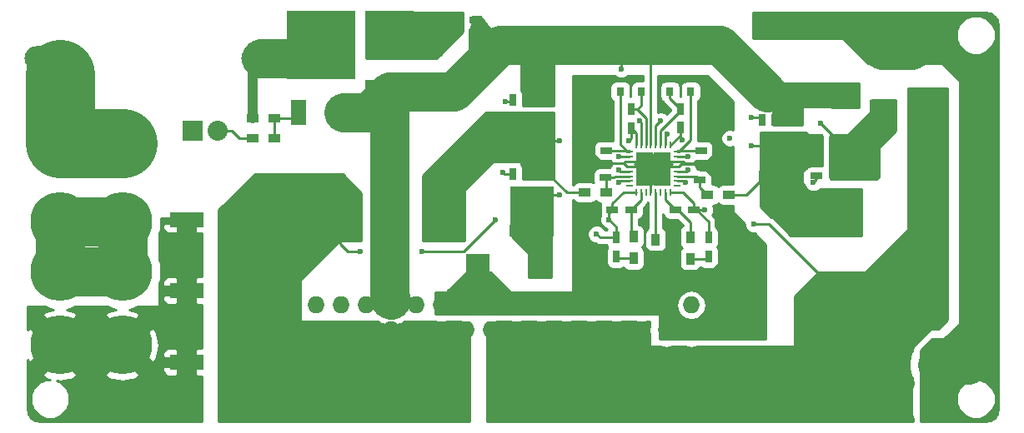
<source format=gbr>
G04 #@! TF.FileFunction,Copper,L1,Top,Signal*
%FSLAX46Y46*%
G04 Gerber Fmt 4.6, Leading zero omitted, Abs format (unit mm)*
G04 Created by KiCad (PCBNEW 4.0.5+dfsg1-4) date Mon Feb 19 23:39:44 2018*
%MOMM*%
%LPD*%
G01*
G04 APERTURE LIST*
%ADD10C,0.100000*%
%ADD11R,2.032000X2.032000*%
%ADD12O,2.032000X2.032000*%
%ADD13O,4.000500X2.499360*%
%ADD14R,1.727200X1.727200*%
%ADD15O,1.727200X1.727200*%
%ADD16R,1.501140X2.499360*%
%ADD17R,7.000240X7.000240*%
%ADD18R,1.200000X0.900000*%
%ADD19C,5.999480*%
%ADD20R,5.000000X2.400000*%
%ADD21R,1.200000X0.750000*%
%ADD22R,0.750000X1.200000*%
%ADD23R,3.500000X1.600000*%
%ADD24R,3.200000X2.500000*%
%ADD25R,2.500000X3.200000*%
%ADD26R,0.800000X0.900000*%
%ADD27R,5.000000X4.500000*%
%ADD28R,4.500000X5.000000*%
%ADD29R,0.700000X1.200000*%
%ADD30R,4.500000X4.290000*%
%ADD31R,1.550000X1.600000*%
%ADD32R,1.550000X1.200000*%
%ADD33R,1.200000X0.700000*%
%ADD34R,4.290000X4.500000*%
%ADD35R,1.600000X1.550000*%
%ADD36R,1.200000X1.550000*%
%ADD37R,0.900000X1.200000*%
%ADD38R,2.500000X2.400000*%
%ADD39R,2.400000X2.500000*%
%ADD40R,0.700000X0.250000*%
%ADD41R,0.250000X0.700000*%
%ADD42R,1.725000X1.725000*%
%ADD43C,0.600000*%
%ADD44C,3.000000*%
%ADD45C,0.250000*%
%ADD46C,4.000000*%
%ADD47C,5.000000*%
%ADD48C,1.000000*%
%ADD49C,7.000000*%
%ADD50C,0.254000*%
G04 APERTURE END LIST*
D10*
D11*
X106500000Y-110750000D03*
D12*
X109040000Y-110750000D03*
D13*
X113401480Y-103400000D03*
X91400000Y-103400000D03*
D14*
X119000000Y-131000000D03*
D15*
X119000000Y-128460000D03*
X121540000Y-131000000D03*
X121540000Y-128460000D03*
X124080000Y-131000000D03*
X124080000Y-128460000D03*
X126620000Y-131000000D03*
X126620000Y-128460000D03*
X129160000Y-131000000D03*
X129160000Y-128460000D03*
X131700000Y-131000000D03*
X131700000Y-128460000D03*
X134240000Y-131000000D03*
X134240000Y-128460000D03*
X136780000Y-131000000D03*
X136780000Y-128460000D03*
X139320000Y-131000000D03*
X139320000Y-128460000D03*
X141860000Y-131000000D03*
X141860000Y-128460000D03*
X144400000Y-131000000D03*
X144400000Y-128460000D03*
X146940000Y-131000000D03*
X146940000Y-128460000D03*
X149480000Y-131000000D03*
X149480000Y-128460000D03*
X152020000Y-131000000D03*
X152020000Y-128460000D03*
X154560000Y-131000000D03*
X154560000Y-128460000D03*
X157100000Y-131000000D03*
X157100000Y-128460000D03*
D16*
X117274840Y-108898640D03*
X121826520Y-108898640D03*
D17*
X119550680Y-102000000D03*
D18*
X112550000Y-109500000D03*
X114750000Y-109500000D03*
X114750000Y-111500000D03*
X112550000Y-111500000D03*
D19*
X99350000Y-112000000D03*
X93000000Y-112000000D03*
X99350000Y-120000000D03*
X93000000Y-120000000D03*
X99350000Y-125000000D03*
X93000000Y-125000000D03*
X99350000Y-132500000D03*
X93000000Y-132500000D03*
D20*
X126500000Y-106750000D03*
X126500000Y-99750000D03*
X171750000Y-107000000D03*
X171750000Y-100000000D03*
X166000000Y-107000000D03*
X166000000Y-100000000D03*
D21*
X135200000Y-99500000D03*
X133300000Y-99500000D03*
X157400000Y-118750000D03*
X155500000Y-118750000D03*
X158000000Y-115750000D03*
X159900000Y-115750000D03*
D22*
X158850000Y-121600000D03*
X158850000Y-123500000D03*
D21*
X158100000Y-112750000D03*
X160000000Y-112750000D03*
D22*
X156000000Y-110400000D03*
X156000000Y-108500000D03*
D21*
X149100000Y-118750000D03*
X151000000Y-118750000D03*
X148400000Y-115500000D03*
X146500000Y-115500000D03*
D22*
X149500000Y-121600000D03*
X149500000Y-123500000D03*
D23*
X181000000Y-129000000D03*
X186400000Y-129000000D03*
X181000000Y-114500000D03*
X186400000Y-114500000D03*
X181000000Y-107250000D03*
X186400000Y-107250000D03*
X181000000Y-121750000D03*
X186400000Y-121750000D03*
D24*
X177750000Y-134500000D03*
X182050000Y-134500000D03*
X177750000Y-138250000D03*
X182050000Y-138250000D03*
D21*
X148450000Y-112750000D03*
X146550000Y-112750000D03*
D25*
X163250000Y-134250000D03*
X163250000Y-129950000D03*
D22*
X151000000Y-108550000D03*
X151000000Y-110450000D03*
D23*
X111250000Y-127000000D03*
X105850000Y-127000000D03*
X111250000Y-119750000D03*
X105850000Y-119750000D03*
X111250000Y-134250000D03*
X105850000Y-134250000D03*
D26*
X154950000Y-106750000D03*
X157050000Y-106750000D03*
X152000000Y-106750000D03*
X149900000Y-106750000D03*
D27*
X171750000Y-119000000D03*
X171750000Y-129500000D03*
D28*
X132000000Y-119500000D03*
X121500000Y-119500000D03*
D29*
X168160000Y-109600000D03*
X166890000Y-109600000D03*
X165610000Y-109600000D03*
X164340000Y-109600000D03*
X164340000Y-115400000D03*
X165610000Y-115400000D03*
X166890000Y-115400000D03*
X168160000Y-115400000D03*
D30*
X166250000Y-113000000D03*
D31*
X167340000Y-113750000D03*
X165160000Y-113750000D03*
D32*
X167340000Y-111750000D03*
X165160000Y-111750000D03*
D33*
X169850000Y-111500000D03*
X169850000Y-112770000D03*
X169850000Y-114050000D03*
X169850000Y-115320000D03*
X175650000Y-115320000D03*
X175650000Y-114050000D03*
X175650000Y-112770000D03*
X175650000Y-111500000D03*
D34*
X173250000Y-113410000D03*
D35*
X174000000Y-112320000D03*
X174000000Y-114500000D03*
D36*
X172000000Y-112320000D03*
X172000000Y-114500000D03*
D29*
X142820000Y-107600000D03*
X141550000Y-107600000D03*
X140270000Y-107600000D03*
X139000000Y-107600000D03*
X139000000Y-113400000D03*
X140270000Y-113400000D03*
X141550000Y-113400000D03*
X142820000Y-113400000D03*
D30*
X140910000Y-111000000D03*
D31*
X142000000Y-111750000D03*
X139820000Y-111750000D03*
D32*
X142000000Y-109750000D03*
X139820000Y-109750000D03*
D29*
X142820000Y-115100000D03*
X141550000Y-115100000D03*
X140270000Y-115100000D03*
X139000000Y-115100000D03*
X139000000Y-120900000D03*
X140270000Y-120900000D03*
X141550000Y-120900000D03*
X142820000Y-120900000D03*
D30*
X140910000Y-118500000D03*
D31*
X142000000Y-119250000D03*
X139820000Y-119250000D03*
D32*
X142000000Y-117250000D03*
X139820000Y-117250000D03*
D37*
X153500000Y-121800000D03*
X153500000Y-124000000D03*
X157000000Y-123750000D03*
X157000000Y-121550000D03*
D18*
X160950000Y-117250000D03*
X158750000Y-117250000D03*
D38*
X176500000Y-108800000D03*
X176500000Y-102500000D03*
D37*
X151250000Y-123700000D03*
X151250000Y-121500000D03*
D18*
X148500000Y-117000000D03*
X146300000Y-117000000D03*
D39*
X141750000Y-124500000D03*
X135450000Y-124500000D03*
D40*
X150850000Y-112850000D03*
X150850000Y-113350000D03*
X150850000Y-113850000D03*
X150850000Y-114350000D03*
X150850000Y-114850000D03*
X150850000Y-115350000D03*
X150850000Y-115850000D03*
X150850000Y-116350000D03*
D41*
X151500000Y-117000000D03*
X152000000Y-117000000D03*
X152500000Y-117000000D03*
X153000000Y-117000000D03*
X153500000Y-117000000D03*
X154000000Y-117000000D03*
X154500000Y-117000000D03*
X155000000Y-117000000D03*
D40*
X155650000Y-116350000D03*
X155650000Y-115850000D03*
X155650000Y-115350000D03*
X155650000Y-114850000D03*
X155650000Y-114350000D03*
X155650000Y-113850000D03*
X155650000Y-113350000D03*
X155650000Y-112850000D03*
D41*
X155000000Y-112200000D03*
X154500000Y-112200000D03*
X154000000Y-112200000D03*
X153500000Y-112200000D03*
X153000000Y-112200000D03*
X152500000Y-112200000D03*
X152000000Y-112200000D03*
X151500000Y-112200000D03*
D42*
X154112500Y-115462500D03*
X154112500Y-113737500D03*
X152387500Y-115462500D03*
X152387500Y-113737500D03*
D43*
X161000000Y-111500000D03*
X150000000Y-104500000D03*
D44*
X130750000Y-102000000D03*
D43*
X146500000Y-110500000D03*
D44*
X180500000Y-101500000D03*
X186000000Y-133750000D03*
D43*
X158500000Y-118750000D03*
X156500000Y-116000000D03*
X163250000Y-112250000D03*
X156170558Y-111670558D03*
X148750000Y-119750000D03*
X147500000Y-121250000D03*
X149750000Y-116000000D03*
X143750000Y-111750000D03*
X150750000Y-111750000D03*
X163250000Y-109375000D03*
X154625000Y-111054442D03*
X156750000Y-113375000D03*
X169500000Y-116000000D03*
X170250000Y-110000000D03*
X156750000Y-114725000D03*
X138250000Y-107750000D03*
X151858119Y-109721169D03*
X149750000Y-113375000D03*
X138000000Y-115000000D03*
X143750000Y-117250000D03*
X149750000Y-114725000D03*
X154000000Y-109750000D03*
D44*
X173750000Y-134500000D03*
X173750000Y-138500000D03*
D43*
X163500000Y-120250000D03*
X137250000Y-119750000D03*
X129750000Y-123000000D03*
X123500000Y-123000000D03*
D45*
X135200000Y-99500000D02*
X135425000Y-99500000D01*
X135425000Y-99500000D02*
X137750000Y-101825000D01*
X137750000Y-101825000D02*
X137750000Y-102000000D01*
X135425000Y-99500000D02*
X140270000Y-104345000D01*
X140270000Y-104345000D02*
X140270000Y-106750000D01*
X140270000Y-106750000D02*
X140270000Y-107600000D01*
D46*
X137750000Y-102000000D02*
X150000000Y-102000000D01*
X150000000Y-102000000D02*
X153000000Y-102000000D01*
D45*
X150000000Y-104500000D02*
X150000000Y-102000000D01*
D46*
X153000000Y-102000000D02*
X160000000Y-102000000D01*
D45*
X153000000Y-109824998D02*
X153000000Y-102000000D01*
X153000000Y-112200000D02*
X153000000Y-109824998D01*
D46*
X121826520Y-108898640D02*
X124351360Y-108898640D01*
X124351360Y-108898640D02*
X126500000Y-106750000D01*
X160000000Y-102000000D02*
X164799999Y-106799999D01*
X126500000Y-106750000D02*
X133000000Y-106750000D01*
X133000000Y-106750000D02*
X137750000Y-102000000D01*
X126500000Y-106750000D02*
X126500000Y-127816399D01*
X126500000Y-127816399D02*
X126620000Y-127936399D01*
D47*
X93000000Y-132500000D02*
X99350000Y-132500000D01*
D48*
X126500000Y-99750000D02*
X128500000Y-99750000D01*
X128500000Y-99750000D02*
X130750000Y-102000000D01*
X126500000Y-99750000D02*
X133050000Y-99750000D01*
X133050000Y-99750000D02*
X133300000Y-99500000D01*
D45*
X135450000Y-124500000D02*
X135450000Y-127250000D01*
X135450000Y-127250000D02*
X134240000Y-128460000D01*
X160000000Y-112750000D02*
X160000000Y-112500000D01*
X160000000Y-112750000D02*
X160000000Y-115650000D01*
X160000000Y-115650000D02*
X159900000Y-115750000D01*
X146550000Y-112750000D02*
X146550000Y-110550000D01*
X146550000Y-110550000D02*
X146500000Y-110500000D01*
X150850000Y-113850000D02*
X150425000Y-113850000D01*
X150425000Y-113850000D02*
X150275000Y-114000000D01*
X147025000Y-114350000D02*
X148125000Y-114350000D01*
X148125000Y-114350000D02*
X148250000Y-114225000D01*
X150850000Y-114350000D02*
X150625000Y-114350000D01*
X150625000Y-114350000D02*
X150275000Y-114000000D01*
X150275000Y-114000000D02*
X148475000Y-114000000D01*
X148475000Y-114000000D02*
X148250000Y-114225000D01*
D46*
X176500000Y-102500000D02*
X179500000Y-102500000D01*
X179500000Y-102500000D02*
X180500000Y-101500000D01*
X182050000Y-134500000D02*
X185250000Y-134500000D01*
X185250000Y-134500000D02*
X186000000Y-133750000D01*
D45*
X155650000Y-113850000D02*
X156299998Y-113850000D01*
X156299998Y-113850000D02*
X156449999Y-114000001D01*
X156449999Y-114000001D02*
X158524999Y-114000001D01*
X158524999Y-114000001D02*
X159775000Y-112750000D01*
X159775000Y-112750000D02*
X160000000Y-112750000D01*
X155650000Y-114350000D02*
X155875000Y-114350000D01*
X155875000Y-114350000D02*
X156125001Y-114099999D01*
X158024999Y-114099999D02*
X159675000Y-115750000D01*
X156125001Y-114099999D02*
X158024999Y-114099999D01*
X159675000Y-115750000D02*
X159900000Y-115750000D01*
X150850000Y-113850000D02*
X150625000Y-113850000D01*
X148250000Y-114225000D02*
X146775000Y-112750000D01*
X146775000Y-112750000D02*
X146550000Y-112750000D01*
X147025000Y-114350000D02*
X146500000Y-114875000D01*
X146500000Y-114875000D02*
X146500000Y-115500000D01*
X155650000Y-113850000D02*
X154225000Y-113850000D01*
X154225000Y-113850000D02*
X154112500Y-113737500D01*
X155650000Y-114350000D02*
X154725000Y-114350000D01*
X154725000Y-114350000D02*
X154112500Y-113737500D01*
X150850000Y-114350000D02*
X151775000Y-114350000D01*
X151775000Y-114350000D02*
X152387500Y-113737500D01*
X150850000Y-113850000D02*
X152275000Y-113850000D01*
X152275000Y-113850000D02*
X152387500Y-113737500D01*
X153000000Y-117000000D02*
X153000000Y-116075000D01*
X153000000Y-116075000D02*
X152387500Y-115462500D01*
X158500000Y-118750000D02*
X157400000Y-118750000D01*
X157400000Y-118750000D02*
X157625000Y-118750000D01*
X157625000Y-118750000D02*
X158850000Y-119975000D01*
X158850000Y-119975000D02*
X158850000Y-120750000D01*
X158850000Y-120750000D02*
X158850000Y-121600000D01*
X155000000Y-117000000D02*
X156275000Y-117000000D01*
X156275000Y-117000000D02*
X157400000Y-118125000D01*
X157400000Y-118125000D02*
X157400000Y-118750000D01*
X155500000Y-118750000D02*
X155725000Y-118750000D01*
X157000000Y-120700000D02*
X157000000Y-121550000D01*
X155725000Y-118750000D02*
X157000000Y-120025000D01*
X157000000Y-120025000D02*
X157000000Y-120700000D01*
X154500000Y-117000000D02*
X154500000Y-117750000D01*
X154500000Y-117750000D02*
X155500000Y-118750000D01*
X158000000Y-115750000D02*
X158000000Y-116500000D01*
X158000000Y-116500000D02*
X158750000Y-117250000D01*
X155650000Y-115350000D02*
X157600000Y-115350000D01*
X157600000Y-115350000D02*
X158000000Y-115750000D01*
X157000000Y-123750000D02*
X158600000Y-123750000D01*
X158600000Y-123750000D02*
X158850000Y-123500000D01*
X155650000Y-115850000D02*
X156350000Y-115850000D01*
X156350000Y-115850000D02*
X156500000Y-116000000D01*
X157050000Y-106750000D02*
X157050000Y-111675000D01*
X157050000Y-111675000D02*
X155875000Y-112850000D01*
X155875000Y-112850000D02*
X155650000Y-112850000D01*
X157875000Y-112750000D02*
X158100000Y-112750000D01*
X158100000Y-112750000D02*
X155750000Y-112750000D01*
X155750000Y-112750000D02*
X155650000Y-112850000D01*
X163250000Y-112250000D02*
X164660000Y-112250000D01*
X164660000Y-112250000D02*
X165160000Y-111750000D01*
X156000000Y-110400000D02*
X156000000Y-111500000D01*
X156000000Y-111500000D02*
X156170558Y-111670558D01*
X160950000Y-117250000D02*
X162740000Y-117250000D01*
X162740000Y-117250000D02*
X164340000Y-115650000D01*
X164340000Y-115650000D02*
X164340000Y-115400000D01*
X165160000Y-113725000D02*
X165160000Y-113750000D01*
X155000000Y-112200000D02*
X156000000Y-111200000D01*
X156000000Y-111200000D02*
X156000000Y-110400000D01*
X164500000Y-114750000D02*
X166250000Y-113000000D01*
X156000000Y-108500000D02*
X156000000Y-108725000D01*
X154000000Y-110725000D02*
X154000000Y-111600000D01*
X156000000Y-108725000D02*
X154000000Y-110725000D01*
X154000000Y-111600000D02*
X154000000Y-112200000D01*
X154950000Y-106750000D02*
X154950000Y-107450000D01*
X154950000Y-107450000D02*
X156000000Y-108500000D01*
X149500000Y-121600000D02*
X149500000Y-120500000D01*
X149500000Y-120500000D02*
X148750000Y-119750000D01*
X148750000Y-119750000D02*
X148750000Y-119100000D01*
X148750000Y-119100000D02*
X149100000Y-118750000D01*
X149500000Y-121600000D02*
X147850000Y-121600000D01*
X147850000Y-121600000D02*
X147500000Y-121250000D01*
X151500000Y-117000000D02*
X150225000Y-117000000D01*
X149100000Y-118125000D02*
X149100000Y-118750000D01*
X150225000Y-117000000D02*
X149100000Y-118125000D01*
X151000000Y-118750000D02*
X151000000Y-121250000D01*
X151000000Y-121250000D02*
X151250000Y-121500000D01*
X152000000Y-117000000D02*
X152000000Y-117750000D01*
X152000000Y-117750000D02*
X151000000Y-118750000D01*
X148500000Y-117000000D02*
X148500000Y-115600000D01*
X148500000Y-115600000D02*
X148400000Y-115500000D01*
X150850000Y-115350000D02*
X149400000Y-115350000D01*
X149400000Y-115350000D02*
X149250000Y-115500000D01*
X149250000Y-115500000D02*
X148400000Y-115500000D01*
X151250000Y-123700000D02*
X149700000Y-123700000D01*
X149700000Y-123700000D02*
X149500000Y-123500000D01*
X150850000Y-115850000D02*
X149900000Y-115850000D01*
X149900000Y-115850000D02*
X149750000Y-116000000D01*
X149900000Y-106750000D02*
X149900000Y-112125000D01*
X149900000Y-112125000D02*
X150625000Y-112850000D01*
X150625000Y-112850000D02*
X150850000Y-112850000D01*
X148450000Y-112750000D02*
X150750000Y-112750000D01*
X150750000Y-112750000D02*
X150850000Y-112850000D01*
X151000000Y-108550000D02*
X151625000Y-108550000D01*
X151625000Y-108550000D02*
X152500000Y-109425000D01*
X152500000Y-109425000D02*
X152500000Y-111600000D01*
X152500000Y-111600000D02*
X152500000Y-112200000D01*
X151625000Y-108550000D02*
X152000000Y-108175000D01*
X152000000Y-107450000D02*
X152000000Y-106750000D01*
X152000000Y-108175000D02*
X152000000Y-107450000D01*
X143750000Y-111750000D02*
X142000000Y-111750000D01*
X151000000Y-110450000D02*
X151000000Y-111500000D01*
X151000000Y-111500000D02*
X150750000Y-111750000D01*
X146300000Y-117000000D02*
X144470000Y-117000000D01*
X144470000Y-117000000D02*
X142820000Y-115350000D01*
X142820000Y-115350000D02*
X142820000Y-115100000D01*
X151000000Y-110450000D02*
X151000000Y-110225000D01*
X151500000Y-112200000D02*
X151500000Y-110950000D01*
X151500000Y-110950000D02*
X151000000Y-110450000D01*
X163250000Y-109375000D02*
X164115000Y-109375000D01*
X164115000Y-109375000D02*
X164340000Y-109600000D01*
X154500000Y-112200000D02*
X154500000Y-111179442D01*
X154500000Y-111179442D02*
X154625000Y-111054442D01*
X156750000Y-113375000D02*
X155675000Y-113375000D01*
X155675000Y-113375000D02*
X155650000Y-113350000D01*
X169850000Y-115320000D02*
X169850000Y-115650000D01*
X169850000Y-115650000D02*
X169500000Y-116000000D01*
X170250000Y-110000000D02*
X172000000Y-111750000D01*
X172000000Y-111750000D02*
X172000000Y-112320000D01*
X155650000Y-114850000D02*
X156625000Y-114850000D01*
X156625000Y-114850000D02*
X156750000Y-114725000D01*
X172000000Y-114675000D02*
X172000000Y-114500000D01*
X138250000Y-107750000D02*
X138850000Y-107750000D01*
X138850000Y-107750000D02*
X139000000Y-107600000D01*
X152000000Y-112200000D02*
X152000000Y-109863050D01*
X152000000Y-109863050D02*
X151858119Y-109721169D01*
X149750000Y-113375000D02*
X150825000Y-113375000D01*
X150825000Y-113375000D02*
X150850000Y-113350000D01*
X139000000Y-115100000D02*
X138100000Y-115100000D01*
X138100000Y-115100000D02*
X138000000Y-115000000D01*
X143750000Y-117250000D02*
X142000000Y-117250000D01*
X150850000Y-114850000D02*
X149875000Y-114850000D01*
X149875000Y-114850000D02*
X149750000Y-114725000D01*
X141015000Y-118500000D02*
X140910000Y-118500000D01*
X153500000Y-112200000D02*
X153500000Y-110250000D01*
X153500000Y-110250000D02*
X154000000Y-109750000D01*
X153500000Y-121800000D02*
X153500000Y-117000000D01*
X171750000Y-129500000D02*
X171750000Y-127000000D01*
X171750000Y-127000000D02*
X165000000Y-120250000D01*
X165000000Y-120250000D02*
X163500000Y-120250000D01*
X137250000Y-119750000D02*
X134000000Y-123000000D01*
X134000000Y-123000000D02*
X129750000Y-123000000D01*
X121500000Y-119500000D02*
X121500000Y-122250000D01*
X121500000Y-122250000D02*
X122250000Y-123000000D01*
X122250000Y-123000000D02*
X123500000Y-123000000D01*
D46*
X113401480Y-103400000D02*
X118150680Y-103400000D01*
X118150680Y-103400000D02*
X119550680Y-102000000D01*
D48*
X113401480Y-103400000D02*
X112550000Y-104251480D01*
X112550000Y-104251480D02*
X112550000Y-109500000D01*
D49*
X93000000Y-112000000D02*
X93000000Y-105000000D01*
X99350000Y-112000000D02*
X93000000Y-112000000D01*
D45*
X109040000Y-110750000D02*
X110476840Y-110750000D01*
X111226840Y-111500000D02*
X111700000Y-111500000D01*
X110476840Y-110750000D02*
X111226840Y-111500000D01*
X111700000Y-111500000D02*
X112550000Y-111500000D01*
X114750000Y-109500000D02*
X116673480Y-109500000D01*
X116673480Y-109500000D02*
X117274840Y-108898640D01*
X114750000Y-111500000D02*
X114750000Y-109500000D01*
D47*
X93000000Y-120000000D02*
X99350000Y-120000000D01*
X93000000Y-125000000D02*
X99350000Y-125000000D01*
X99350000Y-125000000D02*
X99350000Y-120000000D01*
X93000000Y-125000000D02*
X93000000Y-120000000D01*
D50*
G36*
X106743000Y-120150000D02*
X106723000Y-120150000D01*
X106723000Y-121026250D01*
X106881750Y-121185000D01*
X107373000Y-121185000D01*
X107373000Y-125565000D01*
X106881750Y-125565000D01*
X106723000Y-125723750D01*
X106723000Y-126600000D01*
X106743000Y-126600000D01*
X106743000Y-127400000D01*
X106723000Y-127400000D01*
X106723000Y-128276250D01*
X106881750Y-128435000D01*
X107373000Y-128435000D01*
X107373000Y-132815000D01*
X106881750Y-132815000D01*
X106723000Y-132973750D01*
X106723000Y-133850000D01*
X106743000Y-133850000D01*
X106743000Y-134650000D01*
X106723000Y-134650000D01*
X106723000Y-135526250D01*
X106881750Y-135685000D01*
X107373000Y-135685000D01*
X107373000Y-140290000D01*
X91069931Y-140290000D01*
X90511660Y-140178953D01*
X90097669Y-139902333D01*
X89821046Y-139488338D01*
X89710000Y-138930069D01*
X89710000Y-138393109D01*
X90014657Y-138393109D01*
X90316218Y-139122943D01*
X90874120Y-139681819D01*
X91603427Y-139984654D01*
X92393109Y-139985343D01*
X93122943Y-139683782D01*
X93681819Y-139125880D01*
X93984654Y-138396573D01*
X93985343Y-137606891D01*
X93683782Y-136877057D01*
X93125880Y-136318181D01*
X92718372Y-136148969D01*
X93008089Y-136205940D01*
X94410728Y-135926937D01*
X94813795Y-135548404D01*
X97536205Y-135548404D01*
X97939272Y-135926937D01*
X99358089Y-136205940D01*
X100760728Y-135926937D01*
X101163795Y-135548404D01*
X100424142Y-134808750D01*
X103465000Y-134808750D01*
X103465000Y-135176310D01*
X103561673Y-135409699D01*
X103740302Y-135588327D01*
X103973691Y-135685000D01*
X104818250Y-135685000D01*
X104977000Y-135526250D01*
X104977000Y-134650000D01*
X103623750Y-134650000D01*
X103465000Y-134808750D01*
X100424142Y-134808750D01*
X99350000Y-133734608D01*
X97536205Y-135548404D01*
X94813795Y-135548404D01*
X93000000Y-133734608D01*
X91186205Y-135548404D01*
X91589272Y-135926937D01*
X92037265Y-136015033D01*
X91606891Y-136014657D01*
X90877057Y-136316218D01*
X90318181Y-136874120D01*
X90015346Y-137603427D01*
X90014657Y-138393109D01*
X89710000Y-138393109D01*
X89710000Y-134056540D01*
X89951596Y-134313795D01*
X91765392Y-132500000D01*
X94234608Y-132500000D01*
X96048404Y-134313795D01*
X96175000Y-134178994D01*
X96301596Y-134313795D01*
X98115392Y-132500000D01*
X100584608Y-132500000D01*
X102398404Y-134313795D01*
X102776937Y-133910728D01*
X102892374Y-133323690D01*
X103465000Y-133323690D01*
X103465000Y-133691250D01*
X103623750Y-133850000D01*
X104977000Y-133850000D01*
X104977000Y-132973750D01*
X104818250Y-132815000D01*
X103973691Y-132815000D01*
X103740302Y-132911673D01*
X103561673Y-133090301D01*
X103465000Y-133323690D01*
X102892374Y-133323690D01*
X103055940Y-132491911D01*
X102776937Y-131089272D01*
X102398404Y-130686205D01*
X100584608Y-132500000D01*
X98115392Y-132500000D01*
X96301596Y-130686205D01*
X96175000Y-130821006D01*
X96048404Y-130686205D01*
X94234608Y-132500000D01*
X91765392Y-132500000D01*
X89951596Y-130686205D01*
X89710000Y-130943460D01*
X89710000Y-128627000D01*
X91495287Y-128627000D01*
X92215496Y-128926057D01*
X92327826Y-128926155D01*
X91589272Y-129073063D01*
X91186205Y-129451596D01*
X93000000Y-131265392D01*
X94813795Y-129451596D01*
X94410728Y-129073063D01*
X93669609Y-128927326D01*
X93777650Y-128927420D01*
X94504721Y-128627000D01*
X97845287Y-128627000D01*
X98565496Y-128926057D01*
X98677826Y-128926155D01*
X97939272Y-129073063D01*
X97536205Y-129451596D01*
X99350000Y-131265392D01*
X101163795Y-129451596D01*
X100760728Y-129073063D01*
X100019609Y-128927326D01*
X100127650Y-128927420D01*
X100854722Y-128627000D01*
X103000000Y-128627000D01*
X103049410Y-128616994D01*
X103091035Y-128588553D01*
X103118315Y-128546159D01*
X103127000Y-128500000D01*
X103127000Y-127558750D01*
X103465000Y-127558750D01*
X103465000Y-127926310D01*
X103561673Y-128159699D01*
X103740302Y-128338327D01*
X103973691Y-128435000D01*
X104818250Y-128435000D01*
X104977000Y-128276250D01*
X104977000Y-127400000D01*
X103623750Y-127400000D01*
X103465000Y-127558750D01*
X103127000Y-127558750D01*
X103127000Y-126143473D01*
X103155976Y-126073690D01*
X103465000Y-126073690D01*
X103465000Y-126441250D01*
X103623750Y-126600000D01*
X104977000Y-126600000D01*
X104977000Y-125723750D01*
X104818250Y-125565000D01*
X103973691Y-125565000D01*
X103740302Y-125661673D01*
X103561673Y-125840301D01*
X103465000Y-126073690D01*
X103155976Y-126073690D01*
X103276057Y-125784504D01*
X103277420Y-124222350D01*
X103127000Y-123858306D01*
X103127000Y-121143473D01*
X103276057Y-120784504D01*
X103276472Y-120308750D01*
X103465000Y-120308750D01*
X103465000Y-120676310D01*
X103561673Y-120909699D01*
X103740302Y-121088327D01*
X103973691Y-121185000D01*
X104818250Y-121185000D01*
X104977000Y-121026250D01*
X104977000Y-120150000D01*
X103623750Y-120150000D01*
X103465000Y-120308750D01*
X103276472Y-120308750D01*
X103277067Y-119627000D01*
X106743000Y-119627000D01*
X106743000Y-120150000D01*
X106743000Y-120150000D01*
G37*
X106743000Y-120150000D02*
X106723000Y-120150000D01*
X106723000Y-121026250D01*
X106881750Y-121185000D01*
X107373000Y-121185000D01*
X107373000Y-125565000D01*
X106881750Y-125565000D01*
X106723000Y-125723750D01*
X106723000Y-126600000D01*
X106743000Y-126600000D01*
X106743000Y-127400000D01*
X106723000Y-127400000D01*
X106723000Y-128276250D01*
X106881750Y-128435000D01*
X107373000Y-128435000D01*
X107373000Y-132815000D01*
X106881750Y-132815000D01*
X106723000Y-132973750D01*
X106723000Y-133850000D01*
X106743000Y-133850000D01*
X106743000Y-134650000D01*
X106723000Y-134650000D01*
X106723000Y-135526250D01*
X106881750Y-135685000D01*
X107373000Y-135685000D01*
X107373000Y-140290000D01*
X91069931Y-140290000D01*
X90511660Y-140178953D01*
X90097669Y-139902333D01*
X89821046Y-139488338D01*
X89710000Y-138930069D01*
X89710000Y-138393109D01*
X90014657Y-138393109D01*
X90316218Y-139122943D01*
X90874120Y-139681819D01*
X91603427Y-139984654D01*
X92393109Y-139985343D01*
X93122943Y-139683782D01*
X93681819Y-139125880D01*
X93984654Y-138396573D01*
X93985343Y-137606891D01*
X93683782Y-136877057D01*
X93125880Y-136318181D01*
X92718372Y-136148969D01*
X93008089Y-136205940D01*
X94410728Y-135926937D01*
X94813795Y-135548404D01*
X97536205Y-135548404D01*
X97939272Y-135926937D01*
X99358089Y-136205940D01*
X100760728Y-135926937D01*
X101163795Y-135548404D01*
X100424142Y-134808750D01*
X103465000Y-134808750D01*
X103465000Y-135176310D01*
X103561673Y-135409699D01*
X103740302Y-135588327D01*
X103973691Y-135685000D01*
X104818250Y-135685000D01*
X104977000Y-135526250D01*
X104977000Y-134650000D01*
X103623750Y-134650000D01*
X103465000Y-134808750D01*
X100424142Y-134808750D01*
X99350000Y-133734608D01*
X97536205Y-135548404D01*
X94813795Y-135548404D01*
X93000000Y-133734608D01*
X91186205Y-135548404D01*
X91589272Y-135926937D01*
X92037265Y-136015033D01*
X91606891Y-136014657D01*
X90877057Y-136316218D01*
X90318181Y-136874120D01*
X90015346Y-137603427D01*
X90014657Y-138393109D01*
X89710000Y-138393109D01*
X89710000Y-134056540D01*
X89951596Y-134313795D01*
X91765392Y-132500000D01*
X94234608Y-132500000D01*
X96048404Y-134313795D01*
X96175000Y-134178994D01*
X96301596Y-134313795D01*
X98115392Y-132500000D01*
X100584608Y-132500000D01*
X102398404Y-134313795D01*
X102776937Y-133910728D01*
X102892374Y-133323690D01*
X103465000Y-133323690D01*
X103465000Y-133691250D01*
X103623750Y-133850000D01*
X104977000Y-133850000D01*
X104977000Y-132973750D01*
X104818250Y-132815000D01*
X103973691Y-132815000D01*
X103740302Y-132911673D01*
X103561673Y-133090301D01*
X103465000Y-133323690D01*
X102892374Y-133323690D01*
X103055940Y-132491911D01*
X102776937Y-131089272D01*
X102398404Y-130686205D01*
X100584608Y-132500000D01*
X98115392Y-132500000D01*
X96301596Y-130686205D01*
X96175000Y-130821006D01*
X96048404Y-130686205D01*
X94234608Y-132500000D01*
X91765392Y-132500000D01*
X89951596Y-130686205D01*
X89710000Y-130943460D01*
X89710000Y-128627000D01*
X91495287Y-128627000D01*
X92215496Y-128926057D01*
X92327826Y-128926155D01*
X91589272Y-129073063D01*
X91186205Y-129451596D01*
X93000000Y-131265392D01*
X94813795Y-129451596D01*
X94410728Y-129073063D01*
X93669609Y-128927326D01*
X93777650Y-128927420D01*
X94504721Y-128627000D01*
X97845287Y-128627000D01*
X98565496Y-128926057D01*
X98677826Y-128926155D01*
X97939272Y-129073063D01*
X97536205Y-129451596D01*
X99350000Y-131265392D01*
X101163795Y-129451596D01*
X100760728Y-129073063D01*
X100019609Y-128927326D01*
X100127650Y-128927420D01*
X100854722Y-128627000D01*
X103000000Y-128627000D01*
X103049410Y-128616994D01*
X103091035Y-128588553D01*
X103118315Y-128546159D01*
X103127000Y-128500000D01*
X103127000Y-127558750D01*
X103465000Y-127558750D01*
X103465000Y-127926310D01*
X103561673Y-128159699D01*
X103740302Y-128338327D01*
X103973691Y-128435000D01*
X104818250Y-128435000D01*
X104977000Y-128276250D01*
X104977000Y-127400000D01*
X103623750Y-127400000D01*
X103465000Y-127558750D01*
X103127000Y-127558750D01*
X103127000Y-126143473D01*
X103155976Y-126073690D01*
X103465000Y-126073690D01*
X103465000Y-126441250D01*
X103623750Y-126600000D01*
X104977000Y-126600000D01*
X104977000Y-125723750D01*
X104818250Y-125565000D01*
X103973691Y-125565000D01*
X103740302Y-125661673D01*
X103561673Y-125840301D01*
X103465000Y-126073690D01*
X103155976Y-126073690D01*
X103276057Y-125784504D01*
X103277420Y-124222350D01*
X103127000Y-123858306D01*
X103127000Y-121143473D01*
X103276057Y-120784504D01*
X103276472Y-120308750D01*
X103465000Y-120308750D01*
X103465000Y-120676310D01*
X103561673Y-120909699D01*
X103740302Y-121088327D01*
X103973691Y-121185000D01*
X104818250Y-121185000D01*
X104977000Y-121026250D01*
X104977000Y-120150000D01*
X103623750Y-120150000D01*
X103465000Y-120308750D01*
X103276472Y-120308750D01*
X103277067Y-119627000D01*
X106743000Y-119627000D01*
X106743000Y-120150000D01*
G36*
X174123000Y-108370606D02*
X168502371Y-108265663D01*
X168452783Y-108274745D01*
X168410634Y-108302404D01*
X168382568Y-108344281D01*
X168373000Y-108392641D01*
X168373000Y-110115000D01*
X165377000Y-110115000D01*
X165377000Y-108250000D01*
X165366994Y-108200590D01*
X165338553Y-108158965D01*
X165296159Y-108131685D01*
X165250000Y-108123000D01*
X163627000Y-108123000D01*
X163627000Y-105877000D01*
X174123000Y-105877000D01*
X174123000Y-108370606D01*
X174123000Y-108370606D01*
G37*
X174123000Y-108370606D02*
X168502371Y-108265663D01*
X168452783Y-108274745D01*
X168410634Y-108302404D01*
X168382568Y-108344281D01*
X168373000Y-108392641D01*
X168373000Y-110115000D01*
X165377000Y-110115000D01*
X165377000Y-108250000D01*
X165366994Y-108200590D01*
X165338553Y-108158965D01*
X165296159Y-108131685D01*
X165250000Y-108123000D01*
X163627000Y-108123000D01*
X163627000Y-105877000D01*
X174123000Y-105877000D01*
X174123000Y-108370606D01*
G36*
X142873000Y-125623000D02*
X140627000Y-125623000D01*
X140627000Y-123250000D01*
X140616994Y-123200590D01*
X140589803Y-123160197D01*
X138877000Y-121447394D01*
X138877000Y-120377000D01*
X142873000Y-120377000D01*
X142873000Y-125623000D01*
X142873000Y-125623000D01*
G37*
X142873000Y-125623000D02*
X140627000Y-125623000D01*
X140627000Y-123250000D01*
X140616994Y-123200590D01*
X140589803Y-123160197D01*
X138877000Y-121447394D01*
X138877000Y-120377000D01*
X142873000Y-120377000D01*
X142873000Y-125623000D01*
G36*
X143123000Y-115623000D02*
X139997440Y-115623000D01*
X139997440Y-114500000D01*
X139953162Y-114264683D01*
X139877000Y-114146324D01*
X139877000Y-114000000D01*
X139866994Y-113950590D01*
X139838553Y-113908965D01*
X139796159Y-113881685D01*
X139750000Y-113873000D01*
X139450936Y-113873000D01*
X139350000Y-113852560D01*
X138650000Y-113852560D01*
X138541371Y-113873000D01*
X137000000Y-113873000D01*
X136950590Y-113883006D01*
X136910197Y-113910197D01*
X134160197Y-116660197D01*
X134132334Y-116702211D01*
X134123000Y-116750000D01*
X134123000Y-121802198D01*
X134052198Y-121873000D01*
X129877000Y-121873000D01*
X129877000Y-115302606D01*
X136302606Y-108877000D01*
X143123000Y-108877000D01*
X143123000Y-115623000D01*
X143123000Y-115623000D01*
G37*
X143123000Y-115623000D02*
X139997440Y-115623000D01*
X139997440Y-114500000D01*
X139953162Y-114264683D01*
X139877000Y-114146324D01*
X139877000Y-114000000D01*
X139866994Y-113950590D01*
X139838553Y-113908965D01*
X139796159Y-113881685D01*
X139750000Y-113873000D01*
X139450936Y-113873000D01*
X139350000Y-113852560D01*
X138650000Y-113852560D01*
X138541371Y-113873000D01*
X137000000Y-113873000D01*
X136950590Y-113883006D01*
X136910197Y-113910197D01*
X134160197Y-116660197D01*
X134132334Y-116702211D01*
X134123000Y-116750000D01*
X134123000Y-121802198D01*
X134052198Y-121873000D01*
X129877000Y-121873000D01*
X129877000Y-115302606D01*
X136302606Y-108877000D01*
X143123000Y-108877000D01*
X143123000Y-115623000D01*
G36*
X123623000Y-117052606D02*
X123623000Y-121873000D01*
X121500000Y-121873000D01*
X121450590Y-121883006D01*
X121410197Y-121910197D01*
X117410197Y-125910197D01*
X117382334Y-125952211D01*
X117373000Y-126000000D01*
X117373000Y-130000000D01*
X117383006Y-130049410D01*
X117411447Y-130091035D01*
X117453841Y-130118315D01*
X117500000Y-130127000D01*
X125246724Y-130127000D01*
X125611629Y-130370822D01*
X126620000Y-130571399D01*
X127628371Y-130370822D01*
X127993277Y-130127000D01*
X130981275Y-130127000D01*
X131014767Y-130149379D01*
X131700000Y-130285680D01*
X132385233Y-130149379D01*
X132418725Y-130127000D01*
X133521275Y-130127000D01*
X133554767Y-130149379D01*
X134240000Y-130285680D01*
X134623000Y-130209497D01*
X134623000Y-140290000D01*
X109127000Y-140290000D01*
X109127000Y-118802606D01*
X112802606Y-115127000D01*
X121697394Y-115127000D01*
X123623000Y-117052606D01*
X123623000Y-117052606D01*
G37*
X123623000Y-117052606D02*
X123623000Y-121873000D01*
X121500000Y-121873000D01*
X121450590Y-121883006D01*
X121410197Y-121910197D01*
X117410197Y-125910197D01*
X117382334Y-125952211D01*
X117373000Y-126000000D01*
X117373000Y-130000000D01*
X117383006Y-130049410D01*
X117411447Y-130091035D01*
X117453841Y-130118315D01*
X117500000Y-130127000D01*
X125246724Y-130127000D01*
X125611629Y-130370822D01*
X126620000Y-130571399D01*
X127628371Y-130370822D01*
X127993277Y-130127000D01*
X130981275Y-130127000D01*
X131014767Y-130149379D01*
X131700000Y-130285680D01*
X132385233Y-130149379D01*
X132418725Y-130127000D01*
X133521275Y-130127000D01*
X133554767Y-130149379D01*
X134240000Y-130285680D01*
X134623000Y-130209497D01*
X134623000Y-140290000D01*
X109127000Y-140290000D01*
X109127000Y-118802606D01*
X112802606Y-115127000D01*
X121697394Y-115127000D01*
X123623000Y-117052606D01*
G36*
X183123000Y-129947394D02*
X182197394Y-130873000D01*
X181500000Y-130873000D01*
X181450590Y-130883006D01*
X181410197Y-130910197D01*
X179660197Y-132660197D01*
X179632334Y-132702211D01*
X179623000Y-132750000D01*
X179623000Y-132818328D01*
X179579304Y-132882279D01*
X179536257Y-133094854D01*
X179345805Y-133379886D01*
X179123000Y-134500000D01*
X179345805Y-135620114D01*
X179533160Y-135900511D01*
X179569478Y-136093526D01*
X179623000Y-136176702D01*
X179623000Y-136568328D01*
X179579304Y-136632279D01*
X179504839Y-137000000D01*
X179504839Y-139500000D01*
X179569478Y-139843526D01*
X179623000Y-139926702D01*
X179623000Y-140290000D01*
X136377000Y-140290000D01*
X136377000Y-130205519D01*
X136780000Y-130285680D01*
X137465233Y-130149379D01*
X137498725Y-130127000D01*
X138601275Y-130127000D01*
X138634767Y-130149379D01*
X139320000Y-130285680D01*
X140005233Y-130149379D01*
X140038725Y-130127000D01*
X141141275Y-130127000D01*
X141174767Y-130149379D01*
X141860000Y-130285680D01*
X142545233Y-130149379D01*
X142578725Y-130127000D01*
X143681275Y-130127000D01*
X143714767Y-130149379D01*
X144400000Y-130285680D01*
X145085233Y-130149379D01*
X145118725Y-130127000D01*
X146221275Y-130127000D01*
X146254767Y-130149379D01*
X146940000Y-130285680D01*
X147625233Y-130149379D01*
X147658725Y-130127000D01*
X148761275Y-130127000D01*
X148794767Y-130149379D01*
X149480000Y-130285680D01*
X150165233Y-130149379D01*
X150198725Y-130127000D01*
X151301275Y-130127000D01*
X151334767Y-130149379D01*
X152020000Y-130285680D01*
X152705233Y-130149379D01*
X152738725Y-130127000D01*
X152873000Y-130127000D01*
X152873000Y-130444086D01*
X152769400Y-130964920D01*
X152769400Y-131035080D01*
X152873000Y-131555914D01*
X152873000Y-132500000D01*
X152883006Y-132549410D01*
X152911447Y-132591035D01*
X152953841Y-132618315D01*
X153000000Y-132627000D01*
X153781410Y-132627000D01*
X153874767Y-132689379D01*
X154560000Y-132825680D01*
X155245233Y-132689379D01*
X155338590Y-132627000D01*
X156321410Y-132627000D01*
X156414767Y-132689379D01*
X157100000Y-132825680D01*
X157785233Y-132689379D01*
X157878590Y-132627000D01*
X167500000Y-132627000D01*
X167549410Y-132616994D01*
X167591035Y-132588553D01*
X167618315Y-132546159D01*
X167627000Y-132500000D01*
X167627000Y-127552606D01*
X170052606Y-125127000D01*
X174750000Y-125127000D01*
X174799410Y-125116994D01*
X174839803Y-125089803D01*
X179089803Y-120839803D01*
X179117666Y-120797789D01*
X179127000Y-120750000D01*
X179127000Y-106377000D01*
X183123000Y-106377000D01*
X183123000Y-129947394D01*
X183123000Y-129947394D01*
G37*
X183123000Y-129947394D02*
X182197394Y-130873000D01*
X181500000Y-130873000D01*
X181450590Y-130883006D01*
X181410197Y-130910197D01*
X179660197Y-132660197D01*
X179632334Y-132702211D01*
X179623000Y-132750000D01*
X179623000Y-132818328D01*
X179579304Y-132882279D01*
X179536257Y-133094854D01*
X179345805Y-133379886D01*
X179123000Y-134500000D01*
X179345805Y-135620114D01*
X179533160Y-135900511D01*
X179569478Y-136093526D01*
X179623000Y-136176702D01*
X179623000Y-136568328D01*
X179579304Y-136632279D01*
X179504839Y-137000000D01*
X179504839Y-139500000D01*
X179569478Y-139843526D01*
X179623000Y-139926702D01*
X179623000Y-140290000D01*
X136377000Y-140290000D01*
X136377000Y-130205519D01*
X136780000Y-130285680D01*
X137465233Y-130149379D01*
X137498725Y-130127000D01*
X138601275Y-130127000D01*
X138634767Y-130149379D01*
X139320000Y-130285680D01*
X140005233Y-130149379D01*
X140038725Y-130127000D01*
X141141275Y-130127000D01*
X141174767Y-130149379D01*
X141860000Y-130285680D01*
X142545233Y-130149379D01*
X142578725Y-130127000D01*
X143681275Y-130127000D01*
X143714767Y-130149379D01*
X144400000Y-130285680D01*
X145085233Y-130149379D01*
X145118725Y-130127000D01*
X146221275Y-130127000D01*
X146254767Y-130149379D01*
X146940000Y-130285680D01*
X147625233Y-130149379D01*
X147658725Y-130127000D01*
X148761275Y-130127000D01*
X148794767Y-130149379D01*
X149480000Y-130285680D01*
X150165233Y-130149379D01*
X150198725Y-130127000D01*
X151301275Y-130127000D01*
X151334767Y-130149379D01*
X152020000Y-130285680D01*
X152705233Y-130149379D01*
X152738725Y-130127000D01*
X152873000Y-130127000D01*
X152873000Y-130444086D01*
X152769400Y-130964920D01*
X152769400Y-131035080D01*
X152873000Y-131555914D01*
X152873000Y-132500000D01*
X152883006Y-132549410D01*
X152911447Y-132591035D01*
X152953841Y-132618315D01*
X153000000Y-132627000D01*
X153781410Y-132627000D01*
X153874767Y-132689379D01*
X154560000Y-132825680D01*
X155245233Y-132689379D01*
X155338590Y-132627000D01*
X156321410Y-132627000D01*
X156414767Y-132689379D01*
X157100000Y-132825680D01*
X157785233Y-132689379D01*
X157878590Y-132627000D01*
X167500000Y-132627000D01*
X167549410Y-132616994D01*
X167591035Y-132588553D01*
X167618315Y-132546159D01*
X167627000Y-132500000D01*
X167627000Y-127552606D01*
X170052606Y-125127000D01*
X174750000Y-125127000D01*
X174799410Y-125116994D01*
X174839803Y-125089803D01*
X179089803Y-120839803D01*
X179117666Y-120797789D01*
X179127000Y-120750000D01*
X179127000Y-106377000D01*
X183123000Y-106377000D01*
X183123000Y-129947394D01*
G36*
X143123000Y-108207560D02*
X139995909Y-108207560D01*
X139997440Y-108200000D01*
X139997440Y-107000000D01*
X139953162Y-106764683D01*
X139877000Y-106646324D01*
X139877000Y-103877000D01*
X143123000Y-103877000D01*
X143123000Y-108207560D01*
X143123000Y-108207560D01*
G37*
X143123000Y-108207560D02*
X139995909Y-108207560D01*
X139997440Y-108200000D01*
X139997440Y-107000000D01*
X139953162Y-106764683D01*
X139877000Y-106646324D01*
X139877000Y-103877000D01*
X143123000Y-103877000D01*
X143123000Y-108207560D01*
G36*
X136623000Y-100294549D02*
X136623000Y-103123000D01*
X134627000Y-103123000D01*
X134627000Y-100453026D01*
X134770696Y-100242721D01*
X134845161Y-99875000D01*
X134845161Y-99127000D01*
X135688961Y-99127000D01*
X136623000Y-100294549D01*
X136623000Y-100294549D01*
G37*
X136623000Y-100294549D02*
X136623000Y-103123000D01*
X134627000Y-103123000D01*
X134627000Y-100453026D01*
X134770696Y-100242721D01*
X134845161Y-99875000D01*
X134845161Y-99127000D01*
X135688961Y-99127000D01*
X136623000Y-100294549D01*
G36*
X168910197Y-111089803D02*
X168952211Y-111117666D01*
X169000000Y-111127000D01*
X170302198Y-111127000D01*
X170373000Y-111197802D01*
X170373000Y-114322560D01*
X169250000Y-114322560D01*
X169014683Y-114366838D01*
X169005107Y-114373000D01*
X169000000Y-114373000D01*
X168950590Y-114383006D01*
X168910197Y-114410197D01*
X168843227Y-114477167D01*
X168798559Y-114505910D01*
X168764205Y-114556189D01*
X168410197Y-114910197D01*
X168382334Y-114952211D01*
X168373000Y-115000000D01*
X168373000Y-116000000D01*
X168383006Y-116049410D01*
X168410197Y-116089803D01*
X168606577Y-116286183D01*
X168706883Y-116528943D01*
X168969673Y-116792192D01*
X169313201Y-116934838D01*
X169685167Y-116935162D01*
X170028943Y-116793117D01*
X170195350Y-116627000D01*
X174373000Y-116627000D01*
X174373000Y-121373000D01*
X167197802Y-121373000D01*
X165537401Y-119712599D01*
X165290839Y-119547852D01*
X165211720Y-119532114D01*
X164127000Y-118447394D01*
X164127000Y-110877000D01*
X168697394Y-110877000D01*
X168910197Y-111089803D01*
X168910197Y-111089803D01*
G37*
X168910197Y-111089803D02*
X168952211Y-111117666D01*
X169000000Y-111127000D01*
X170302198Y-111127000D01*
X170373000Y-111197802D01*
X170373000Y-114322560D01*
X169250000Y-114322560D01*
X169014683Y-114366838D01*
X169005107Y-114373000D01*
X169000000Y-114373000D01*
X168950590Y-114383006D01*
X168910197Y-114410197D01*
X168843227Y-114477167D01*
X168798559Y-114505910D01*
X168764205Y-114556189D01*
X168410197Y-114910197D01*
X168382334Y-114952211D01*
X168373000Y-115000000D01*
X168373000Y-116000000D01*
X168383006Y-116049410D01*
X168410197Y-116089803D01*
X168606577Y-116286183D01*
X168706883Y-116528943D01*
X168969673Y-116792192D01*
X169313201Y-116934838D01*
X169685167Y-116935162D01*
X170028943Y-116793117D01*
X170195350Y-116627000D01*
X174373000Y-116627000D01*
X174373000Y-121373000D01*
X167197802Y-121373000D01*
X165537401Y-119712599D01*
X165290839Y-119547852D01*
X165211720Y-119532114D01*
X164127000Y-118447394D01*
X164127000Y-110877000D01*
X168697394Y-110877000D01*
X168910197Y-111089803D01*
G36*
X145235910Y-117901441D02*
X145448110Y-118046431D01*
X145700000Y-118097440D01*
X146900000Y-118097440D01*
X147135317Y-118053162D01*
X147351441Y-117914090D01*
X147399134Y-117844289D01*
X147435910Y-117901441D01*
X147648110Y-118046431D01*
X147900000Y-118097440D01*
X147921109Y-118097440D01*
X147903569Y-118123110D01*
X147852560Y-118375000D01*
X147852560Y-119125000D01*
X147896838Y-119360317D01*
X147898400Y-119362744D01*
X147815162Y-119563201D01*
X147814838Y-119935167D01*
X147956883Y-120278943D01*
X148219673Y-120542192D01*
X148563201Y-120684838D01*
X148571796Y-120684845D01*
X148528569Y-120748110D01*
X148509961Y-120840000D01*
X148342263Y-120840000D01*
X148293117Y-120721057D01*
X148030327Y-120457808D01*
X147686799Y-120315162D01*
X147314833Y-120314838D01*
X146971057Y-120456883D01*
X146707808Y-120719673D01*
X146565162Y-121063201D01*
X146564838Y-121435167D01*
X146706883Y-121778943D01*
X146969673Y-122042192D01*
X147313201Y-122184838D01*
X147383686Y-122184899D01*
X147559161Y-122302148D01*
X147850000Y-122360000D01*
X148507666Y-122360000D01*
X148521838Y-122435317D01*
X148595620Y-122549978D01*
X148528569Y-122648110D01*
X148477560Y-122900000D01*
X148477560Y-124100000D01*
X148521838Y-124335317D01*
X148660910Y-124551441D01*
X148873110Y-124696431D01*
X149125000Y-124747440D01*
X149875000Y-124747440D01*
X150110317Y-124703162D01*
X150247882Y-124614641D01*
X150335910Y-124751441D01*
X150548110Y-124896431D01*
X150800000Y-124947440D01*
X151700000Y-124947440D01*
X151935317Y-124903162D01*
X152151441Y-124764090D01*
X152296431Y-124551890D01*
X152347440Y-124300000D01*
X152347440Y-123100000D01*
X152303162Y-122864683D01*
X152164090Y-122648559D01*
X152094289Y-122600866D01*
X152151441Y-122564090D01*
X152296431Y-122351890D01*
X152347440Y-122100000D01*
X152347440Y-120900000D01*
X152303162Y-120664683D01*
X152164090Y-120448559D01*
X151951890Y-120303569D01*
X151760000Y-120264710D01*
X151760000Y-119742334D01*
X151835317Y-119728162D01*
X152051441Y-119589090D01*
X152196431Y-119376890D01*
X152247440Y-119125000D01*
X152247440Y-118577362D01*
X152537401Y-118287401D01*
X152702148Y-118040839D01*
X152714116Y-117980672D01*
X152740000Y-117975801D01*
X152740000Y-120644895D01*
X152598559Y-120735910D01*
X152453569Y-120948110D01*
X152402560Y-121200000D01*
X152402560Y-122400000D01*
X152446838Y-122635317D01*
X152585910Y-122851441D01*
X152798110Y-122996431D01*
X153050000Y-123047440D01*
X153950000Y-123047440D01*
X154185317Y-123003162D01*
X154401441Y-122864090D01*
X154546431Y-122651890D01*
X154597440Y-122400000D01*
X154597440Y-121200000D01*
X154553162Y-120964683D01*
X154414090Y-120748559D01*
X154260000Y-120643274D01*
X154260000Y-119164540D01*
X154296838Y-119360317D01*
X154435910Y-119576441D01*
X154648110Y-119721431D01*
X154900000Y-119772440D01*
X155672638Y-119772440D01*
X156240000Y-120339802D01*
X156240000Y-120394895D01*
X156098559Y-120485910D01*
X155953569Y-120698110D01*
X155902560Y-120950000D01*
X155902560Y-122150000D01*
X155946838Y-122385317D01*
X156085910Y-122601441D01*
X156155711Y-122649134D01*
X156098559Y-122685910D01*
X155953569Y-122898110D01*
X155902560Y-123150000D01*
X155902560Y-124350000D01*
X155946838Y-124585317D01*
X156085910Y-124801441D01*
X156298110Y-124946431D01*
X156550000Y-124997440D01*
X157450000Y-124997440D01*
X157685317Y-124953162D01*
X157901441Y-124814090D01*
X158046431Y-124601890D01*
X158051088Y-124578893D01*
X158223110Y-124696431D01*
X158475000Y-124747440D01*
X159225000Y-124747440D01*
X159460317Y-124703162D01*
X159676441Y-124564090D01*
X159821431Y-124351890D01*
X159872440Y-124100000D01*
X159872440Y-122900000D01*
X159828162Y-122664683D01*
X159754380Y-122550022D01*
X159821431Y-122451890D01*
X159872440Y-122200000D01*
X159872440Y-121000000D01*
X159828162Y-120764683D01*
X159689090Y-120548559D01*
X159610000Y-120494519D01*
X159610000Y-119975000D01*
X159552148Y-119684161D01*
X159387401Y-119437599D01*
X159261133Y-119311331D01*
X159292192Y-119280327D01*
X159434838Y-118936799D01*
X159435162Y-118564833D01*
X159345337Y-118347440D01*
X159350000Y-118347440D01*
X159585317Y-118303162D01*
X159801441Y-118164090D01*
X159849134Y-118094289D01*
X159885910Y-118151441D01*
X160098110Y-118296431D01*
X160350000Y-118347440D01*
X161373000Y-118347440D01*
X161373000Y-119000000D01*
X161383006Y-119049410D01*
X161410197Y-119089803D01*
X162565004Y-120244610D01*
X162564838Y-120435167D01*
X162706883Y-120778943D01*
X162969673Y-121042192D01*
X163313201Y-121184838D01*
X163505399Y-121185005D01*
X164623000Y-122302606D01*
X164623000Y-131873000D01*
X153877000Y-131873000D01*
X153877000Y-129500000D01*
X153866994Y-129450590D01*
X153838553Y-129408965D01*
X153796159Y-129381685D01*
X153750000Y-129373000D01*
X131127000Y-129373000D01*
X131127000Y-128430641D01*
X155601400Y-128430641D01*
X155601400Y-128489359D01*
X155715474Y-129062848D01*
X156040330Y-129549029D01*
X156526511Y-129873885D01*
X157100000Y-129987959D01*
X157673489Y-129873885D01*
X158159670Y-129549029D01*
X158484526Y-129062848D01*
X158598600Y-128489359D01*
X158598600Y-128430641D01*
X158484526Y-127857152D01*
X158159670Y-127370971D01*
X157673489Y-127046115D01*
X157100000Y-126932041D01*
X156526511Y-127046115D01*
X156040330Y-127370971D01*
X155715474Y-127857152D01*
X155601400Y-128430641D01*
X131127000Y-128430641D01*
X131127000Y-127127000D01*
X132250000Y-127127000D01*
X132299410Y-127116994D01*
X132339803Y-127089803D01*
X134302606Y-125127000D01*
X136697394Y-125127000D01*
X138660197Y-127089803D01*
X138702211Y-127117666D01*
X138750000Y-127127000D01*
X145000000Y-127127000D01*
X145049410Y-127116994D01*
X145091035Y-127088553D01*
X145118315Y-127046159D01*
X145127000Y-127000000D01*
X145127000Y-117760000D01*
X145144895Y-117760000D01*
X145235910Y-117901441D01*
X145235910Y-117901441D01*
G37*
X145235910Y-117901441D02*
X145448110Y-118046431D01*
X145700000Y-118097440D01*
X146900000Y-118097440D01*
X147135317Y-118053162D01*
X147351441Y-117914090D01*
X147399134Y-117844289D01*
X147435910Y-117901441D01*
X147648110Y-118046431D01*
X147900000Y-118097440D01*
X147921109Y-118097440D01*
X147903569Y-118123110D01*
X147852560Y-118375000D01*
X147852560Y-119125000D01*
X147896838Y-119360317D01*
X147898400Y-119362744D01*
X147815162Y-119563201D01*
X147814838Y-119935167D01*
X147956883Y-120278943D01*
X148219673Y-120542192D01*
X148563201Y-120684838D01*
X148571796Y-120684845D01*
X148528569Y-120748110D01*
X148509961Y-120840000D01*
X148342263Y-120840000D01*
X148293117Y-120721057D01*
X148030327Y-120457808D01*
X147686799Y-120315162D01*
X147314833Y-120314838D01*
X146971057Y-120456883D01*
X146707808Y-120719673D01*
X146565162Y-121063201D01*
X146564838Y-121435167D01*
X146706883Y-121778943D01*
X146969673Y-122042192D01*
X147313201Y-122184838D01*
X147383686Y-122184899D01*
X147559161Y-122302148D01*
X147850000Y-122360000D01*
X148507666Y-122360000D01*
X148521838Y-122435317D01*
X148595620Y-122549978D01*
X148528569Y-122648110D01*
X148477560Y-122900000D01*
X148477560Y-124100000D01*
X148521838Y-124335317D01*
X148660910Y-124551441D01*
X148873110Y-124696431D01*
X149125000Y-124747440D01*
X149875000Y-124747440D01*
X150110317Y-124703162D01*
X150247882Y-124614641D01*
X150335910Y-124751441D01*
X150548110Y-124896431D01*
X150800000Y-124947440D01*
X151700000Y-124947440D01*
X151935317Y-124903162D01*
X152151441Y-124764090D01*
X152296431Y-124551890D01*
X152347440Y-124300000D01*
X152347440Y-123100000D01*
X152303162Y-122864683D01*
X152164090Y-122648559D01*
X152094289Y-122600866D01*
X152151441Y-122564090D01*
X152296431Y-122351890D01*
X152347440Y-122100000D01*
X152347440Y-120900000D01*
X152303162Y-120664683D01*
X152164090Y-120448559D01*
X151951890Y-120303569D01*
X151760000Y-120264710D01*
X151760000Y-119742334D01*
X151835317Y-119728162D01*
X152051441Y-119589090D01*
X152196431Y-119376890D01*
X152247440Y-119125000D01*
X152247440Y-118577362D01*
X152537401Y-118287401D01*
X152702148Y-118040839D01*
X152714116Y-117980672D01*
X152740000Y-117975801D01*
X152740000Y-120644895D01*
X152598559Y-120735910D01*
X152453569Y-120948110D01*
X152402560Y-121200000D01*
X152402560Y-122400000D01*
X152446838Y-122635317D01*
X152585910Y-122851441D01*
X152798110Y-122996431D01*
X153050000Y-123047440D01*
X153950000Y-123047440D01*
X154185317Y-123003162D01*
X154401441Y-122864090D01*
X154546431Y-122651890D01*
X154597440Y-122400000D01*
X154597440Y-121200000D01*
X154553162Y-120964683D01*
X154414090Y-120748559D01*
X154260000Y-120643274D01*
X154260000Y-119164540D01*
X154296838Y-119360317D01*
X154435910Y-119576441D01*
X154648110Y-119721431D01*
X154900000Y-119772440D01*
X155672638Y-119772440D01*
X156240000Y-120339802D01*
X156240000Y-120394895D01*
X156098559Y-120485910D01*
X155953569Y-120698110D01*
X155902560Y-120950000D01*
X155902560Y-122150000D01*
X155946838Y-122385317D01*
X156085910Y-122601441D01*
X156155711Y-122649134D01*
X156098559Y-122685910D01*
X155953569Y-122898110D01*
X155902560Y-123150000D01*
X155902560Y-124350000D01*
X155946838Y-124585317D01*
X156085910Y-124801441D01*
X156298110Y-124946431D01*
X156550000Y-124997440D01*
X157450000Y-124997440D01*
X157685317Y-124953162D01*
X157901441Y-124814090D01*
X158046431Y-124601890D01*
X158051088Y-124578893D01*
X158223110Y-124696431D01*
X158475000Y-124747440D01*
X159225000Y-124747440D01*
X159460317Y-124703162D01*
X159676441Y-124564090D01*
X159821431Y-124351890D01*
X159872440Y-124100000D01*
X159872440Y-122900000D01*
X159828162Y-122664683D01*
X159754380Y-122550022D01*
X159821431Y-122451890D01*
X159872440Y-122200000D01*
X159872440Y-121000000D01*
X159828162Y-120764683D01*
X159689090Y-120548559D01*
X159610000Y-120494519D01*
X159610000Y-119975000D01*
X159552148Y-119684161D01*
X159387401Y-119437599D01*
X159261133Y-119311331D01*
X159292192Y-119280327D01*
X159434838Y-118936799D01*
X159435162Y-118564833D01*
X159345337Y-118347440D01*
X159350000Y-118347440D01*
X159585317Y-118303162D01*
X159801441Y-118164090D01*
X159849134Y-118094289D01*
X159885910Y-118151441D01*
X160098110Y-118296431D01*
X160350000Y-118347440D01*
X161373000Y-118347440D01*
X161373000Y-119000000D01*
X161383006Y-119049410D01*
X161410197Y-119089803D01*
X162565004Y-120244610D01*
X162564838Y-120435167D01*
X162706883Y-120778943D01*
X162969673Y-121042192D01*
X163313201Y-121184838D01*
X163505399Y-121185005D01*
X164623000Y-122302606D01*
X164623000Y-131873000D01*
X153877000Y-131873000D01*
X153877000Y-129500000D01*
X153866994Y-129450590D01*
X153838553Y-129408965D01*
X153796159Y-129381685D01*
X153750000Y-129373000D01*
X131127000Y-129373000D01*
X131127000Y-128430641D01*
X155601400Y-128430641D01*
X155601400Y-128489359D01*
X155715474Y-129062848D01*
X156040330Y-129549029D01*
X156526511Y-129873885D01*
X157100000Y-129987959D01*
X157673489Y-129873885D01*
X158159670Y-129549029D01*
X158484526Y-129062848D01*
X158598600Y-128489359D01*
X158598600Y-128430641D01*
X158484526Y-127857152D01*
X158159670Y-127370971D01*
X157673489Y-127046115D01*
X157100000Y-126932041D01*
X156526511Y-127046115D01*
X156040330Y-127370971D01*
X155715474Y-127857152D01*
X155601400Y-128430641D01*
X131127000Y-128430641D01*
X131127000Y-127127000D01*
X132250000Y-127127000D01*
X132299410Y-127116994D01*
X132339803Y-127089803D01*
X134302606Y-125127000D01*
X136697394Y-125127000D01*
X138660197Y-127089803D01*
X138702211Y-127117666D01*
X138750000Y-127127000D01*
X145000000Y-127127000D01*
X145049410Y-127116994D01*
X145091035Y-127088553D01*
X145118315Y-127046159D01*
X145127000Y-127000000D01*
X145127000Y-117760000D01*
X145144895Y-117760000D01*
X145235910Y-117901441D01*
G36*
X161373000Y-107802606D02*
X161373000Y-110642480D01*
X161186799Y-110565162D01*
X160814833Y-110564838D01*
X160471057Y-110706883D01*
X160207808Y-110969673D01*
X160065162Y-111313201D01*
X160064838Y-111685167D01*
X160206883Y-112028943D01*
X160469673Y-112292192D01*
X160813201Y-112434838D01*
X161185167Y-112435162D01*
X161373000Y-112357551D01*
X161373000Y-116152560D01*
X160350000Y-116152560D01*
X160114683Y-116196838D01*
X159898559Y-116335910D01*
X159850866Y-116405711D01*
X159814090Y-116348559D01*
X159601890Y-116203569D01*
X159350000Y-116152560D01*
X159241859Y-116152560D01*
X159247440Y-116125000D01*
X159247440Y-115375000D01*
X159203162Y-115139683D01*
X159064090Y-114923559D01*
X158851890Y-114778569D01*
X158600000Y-114727560D01*
X158010131Y-114727560D01*
X157890839Y-114647852D01*
X157685104Y-114606928D01*
X157685162Y-114539833D01*
X157543117Y-114196057D01*
X157397291Y-114049976D01*
X157542192Y-113905327D01*
X157597372Y-113772440D01*
X158700000Y-113772440D01*
X158935317Y-113728162D01*
X159151441Y-113589090D01*
X159296431Y-113376890D01*
X159347440Y-113125000D01*
X159347440Y-112375000D01*
X159303162Y-112139683D01*
X159164090Y-111923559D01*
X158951890Y-111778569D01*
X158700000Y-111727560D01*
X157799545Y-111727560D01*
X157810000Y-111675000D01*
X157810000Y-107722931D01*
X157901441Y-107664090D01*
X158046431Y-107451890D01*
X158097440Y-107200000D01*
X158097440Y-106300000D01*
X158053162Y-106064683D01*
X157914090Y-105848559D01*
X157701890Y-105703569D01*
X157450000Y-105652560D01*
X156650000Y-105652560D01*
X156414683Y-105696838D01*
X156198559Y-105835910D01*
X156053569Y-106048110D01*
X156002560Y-106300000D01*
X156002560Y-107200000D01*
X156012450Y-107252560D01*
X155986796Y-107252560D01*
X155997440Y-107200000D01*
X155997440Y-106300000D01*
X155953162Y-106064683D01*
X155814090Y-105848559D01*
X155601890Y-105703569D01*
X155350000Y-105652560D01*
X154550000Y-105652560D01*
X154314683Y-105696838D01*
X154098559Y-105835910D01*
X153953569Y-106048110D01*
X153902560Y-106300000D01*
X153902560Y-107200000D01*
X153946838Y-107435317D01*
X154085910Y-107651441D01*
X154273982Y-107779945D01*
X154412599Y-107987401D01*
X154977560Y-108552362D01*
X154977560Y-108672638D01*
X154611288Y-109038910D01*
X154530327Y-108957808D01*
X154186799Y-108815162D01*
X153814833Y-108814838D01*
X153760000Y-108837494D01*
X153760000Y-105127000D01*
X158697394Y-105127000D01*
X161373000Y-107802606D01*
X161373000Y-107802606D01*
G37*
X161373000Y-107802606D02*
X161373000Y-110642480D01*
X161186799Y-110565162D01*
X160814833Y-110564838D01*
X160471057Y-110706883D01*
X160207808Y-110969673D01*
X160065162Y-111313201D01*
X160064838Y-111685167D01*
X160206883Y-112028943D01*
X160469673Y-112292192D01*
X160813201Y-112434838D01*
X161185167Y-112435162D01*
X161373000Y-112357551D01*
X161373000Y-116152560D01*
X160350000Y-116152560D01*
X160114683Y-116196838D01*
X159898559Y-116335910D01*
X159850866Y-116405711D01*
X159814090Y-116348559D01*
X159601890Y-116203569D01*
X159350000Y-116152560D01*
X159241859Y-116152560D01*
X159247440Y-116125000D01*
X159247440Y-115375000D01*
X159203162Y-115139683D01*
X159064090Y-114923559D01*
X158851890Y-114778569D01*
X158600000Y-114727560D01*
X158010131Y-114727560D01*
X157890839Y-114647852D01*
X157685104Y-114606928D01*
X157685162Y-114539833D01*
X157543117Y-114196057D01*
X157397291Y-114049976D01*
X157542192Y-113905327D01*
X157597372Y-113772440D01*
X158700000Y-113772440D01*
X158935317Y-113728162D01*
X159151441Y-113589090D01*
X159296431Y-113376890D01*
X159347440Y-113125000D01*
X159347440Y-112375000D01*
X159303162Y-112139683D01*
X159164090Y-111923559D01*
X158951890Y-111778569D01*
X158700000Y-111727560D01*
X157799545Y-111727560D01*
X157810000Y-111675000D01*
X157810000Y-107722931D01*
X157901441Y-107664090D01*
X158046431Y-107451890D01*
X158097440Y-107200000D01*
X158097440Y-106300000D01*
X158053162Y-106064683D01*
X157914090Y-105848559D01*
X157701890Y-105703569D01*
X157450000Y-105652560D01*
X156650000Y-105652560D01*
X156414683Y-105696838D01*
X156198559Y-105835910D01*
X156053569Y-106048110D01*
X156002560Y-106300000D01*
X156002560Y-107200000D01*
X156012450Y-107252560D01*
X155986796Y-107252560D01*
X155997440Y-107200000D01*
X155997440Y-106300000D01*
X155953162Y-106064683D01*
X155814090Y-105848559D01*
X155601890Y-105703569D01*
X155350000Y-105652560D01*
X154550000Y-105652560D01*
X154314683Y-105696838D01*
X154098559Y-105835910D01*
X153953569Y-106048110D01*
X153902560Y-106300000D01*
X153902560Y-107200000D01*
X153946838Y-107435317D01*
X154085910Y-107651441D01*
X154273982Y-107779945D01*
X154412599Y-107987401D01*
X154977560Y-108552362D01*
X154977560Y-108672638D01*
X154611288Y-109038910D01*
X154530327Y-108957808D01*
X154186799Y-108815162D01*
X153814833Y-108814838D01*
X153760000Y-108837494D01*
X153760000Y-105127000D01*
X158697394Y-105127000D01*
X161373000Y-107802606D01*
G36*
X149469673Y-105292192D02*
X149813201Y-105434838D01*
X150185167Y-105435162D01*
X150528943Y-105293117D01*
X150695350Y-105127000D01*
X152240000Y-105127000D01*
X152240000Y-105652560D01*
X151600000Y-105652560D01*
X151364683Y-105696838D01*
X151148559Y-105835910D01*
X151003569Y-106048110D01*
X150952560Y-106300000D01*
X150952560Y-107200000D01*
X150971858Y-107302560D01*
X150926671Y-107302560D01*
X150947440Y-107200000D01*
X150947440Y-106300000D01*
X150903162Y-106064683D01*
X150764090Y-105848559D01*
X150551890Y-105703569D01*
X150300000Y-105652560D01*
X149500000Y-105652560D01*
X149264683Y-105696838D01*
X149048559Y-105835910D01*
X148903569Y-106048110D01*
X148852560Y-106300000D01*
X148852560Y-107200000D01*
X148896838Y-107435317D01*
X149035910Y-107651441D01*
X149140000Y-107722563D01*
X149140000Y-111745785D01*
X149050000Y-111727560D01*
X147850000Y-111727560D01*
X147614683Y-111771838D01*
X147398559Y-111910910D01*
X147253569Y-112123110D01*
X147202560Y-112375000D01*
X147202560Y-113125000D01*
X147246838Y-113360317D01*
X147385910Y-113576441D01*
X147598110Y-113721431D01*
X147850000Y-113772440D01*
X148902547Y-113772440D01*
X148956883Y-113903943D01*
X149102709Y-114050024D01*
X148957808Y-114194673D01*
X148840342Y-114477560D01*
X147800000Y-114477560D01*
X147564683Y-114521838D01*
X147348559Y-114660910D01*
X147203569Y-114873110D01*
X147152560Y-115125000D01*
X147152560Y-115875000D01*
X147169624Y-115965686D01*
X147151890Y-115953569D01*
X146900000Y-115902560D01*
X145700000Y-115902560D01*
X145464683Y-115946838D01*
X145248559Y-116085910D01*
X145143274Y-116240000D01*
X145127000Y-116240000D01*
X145127000Y-105127000D01*
X149304769Y-105127000D01*
X149469673Y-105292192D01*
X149469673Y-105292192D01*
G37*
X149469673Y-105292192D02*
X149813201Y-105434838D01*
X150185167Y-105435162D01*
X150528943Y-105293117D01*
X150695350Y-105127000D01*
X152240000Y-105127000D01*
X152240000Y-105652560D01*
X151600000Y-105652560D01*
X151364683Y-105696838D01*
X151148559Y-105835910D01*
X151003569Y-106048110D01*
X150952560Y-106300000D01*
X150952560Y-107200000D01*
X150971858Y-107302560D01*
X150926671Y-107302560D01*
X150947440Y-107200000D01*
X150947440Y-106300000D01*
X150903162Y-106064683D01*
X150764090Y-105848559D01*
X150551890Y-105703569D01*
X150300000Y-105652560D01*
X149500000Y-105652560D01*
X149264683Y-105696838D01*
X149048559Y-105835910D01*
X148903569Y-106048110D01*
X148852560Y-106300000D01*
X148852560Y-107200000D01*
X148896838Y-107435317D01*
X149035910Y-107651441D01*
X149140000Y-107722563D01*
X149140000Y-111745785D01*
X149050000Y-111727560D01*
X147850000Y-111727560D01*
X147614683Y-111771838D01*
X147398559Y-111910910D01*
X147253569Y-112123110D01*
X147202560Y-112375000D01*
X147202560Y-113125000D01*
X147246838Y-113360317D01*
X147385910Y-113576441D01*
X147598110Y-113721431D01*
X147850000Y-113772440D01*
X148902547Y-113772440D01*
X148956883Y-113903943D01*
X149102709Y-114050024D01*
X148957808Y-114194673D01*
X148840342Y-114477560D01*
X147800000Y-114477560D01*
X147564683Y-114521838D01*
X147348559Y-114660910D01*
X147203569Y-114873110D01*
X147152560Y-115125000D01*
X147152560Y-115875000D01*
X147169624Y-115965686D01*
X147151890Y-115953569D01*
X146900000Y-115902560D01*
X145700000Y-115902560D01*
X145464683Y-115946838D01*
X145248559Y-116085910D01*
X145143274Y-116240000D01*
X145127000Y-116240000D01*
X145127000Y-105127000D01*
X149304769Y-105127000D01*
X149469673Y-105292192D01*
G36*
X154375000Y-113197440D02*
X154625000Y-113197440D01*
X154659454Y-113190957D01*
X154652560Y-113225000D01*
X154652560Y-113475000D01*
X154696838Y-113710317D01*
X154835910Y-113926441D01*
X155048110Y-114071431D01*
X155185120Y-114099176D01*
X155064683Y-114121838D01*
X154848559Y-114260910D01*
X154703569Y-114473110D01*
X154652560Y-114725000D01*
X154652560Y-114975000D01*
X154676944Y-115104589D01*
X154652560Y-115225000D01*
X154652560Y-115475000D01*
X154676944Y-115604589D01*
X154652560Y-115725000D01*
X154652560Y-115975000D01*
X154659043Y-116009454D01*
X154625000Y-116002560D01*
X154375000Y-116002560D01*
X154245411Y-116026944D01*
X154125000Y-116002560D01*
X153875000Y-116002560D01*
X153745411Y-116026944D01*
X153625000Y-116002560D01*
X153375000Y-116002560D01*
X153139683Y-116046838D01*
X152999273Y-116137190D01*
X152876890Y-116053569D01*
X152625000Y-116002560D01*
X152375000Y-116002560D01*
X152245411Y-116026944D01*
X152125000Y-116002560D01*
X151875000Y-116002560D01*
X151840546Y-116009043D01*
X151847440Y-115975000D01*
X151847440Y-115725000D01*
X151823056Y-115595411D01*
X151847440Y-115475000D01*
X151847440Y-115225000D01*
X151823056Y-115095411D01*
X151847440Y-114975000D01*
X151847440Y-114725000D01*
X151803162Y-114489683D01*
X151664090Y-114273559D01*
X151451890Y-114128569D01*
X151314880Y-114100824D01*
X151435317Y-114078162D01*
X151651441Y-113939090D01*
X151796431Y-113726890D01*
X151847440Y-113475000D01*
X151847440Y-113225000D01*
X151840957Y-113190546D01*
X151875000Y-113197440D01*
X152125000Y-113197440D01*
X152254589Y-113173056D01*
X152375000Y-113197440D01*
X152625000Y-113197440D01*
X152754589Y-113173056D01*
X152875000Y-113197440D01*
X153125000Y-113197440D01*
X153254589Y-113173056D01*
X153375000Y-113197440D01*
X153625000Y-113197440D01*
X153754589Y-113173056D01*
X153875000Y-113197440D01*
X154125000Y-113197440D01*
X154254589Y-113173056D01*
X154375000Y-113197440D01*
X154375000Y-113197440D01*
G37*
X154375000Y-113197440D02*
X154625000Y-113197440D01*
X154659454Y-113190957D01*
X154652560Y-113225000D01*
X154652560Y-113475000D01*
X154696838Y-113710317D01*
X154835910Y-113926441D01*
X155048110Y-114071431D01*
X155185120Y-114099176D01*
X155064683Y-114121838D01*
X154848559Y-114260910D01*
X154703569Y-114473110D01*
X154652560Y-114725000D01*
X154652560Y-114975000D01*
X154676944Y-115104589D01*
X154652560Y-115225000D01*
X154652560Y-115475000D01*
X154676944Y-115604589D01*
X154652560Y-115725000D01*
X154652560Y-115975000D01*
X154659043Y-116009454D01*
X154625000Y-116002560D01*
X154375000Y-116002560D01*
X154245411Y-116026944D01*
X154125000Y-116002560D01*
X153875000Y-116002560D01*
X153745411Y-116026944D01*
X153625000Y-116002560D01*
X153375000Y-116002560D01*
X153139683Y-116046838D01*
X152999273Y-116137190D01*
X152876890Y-116053569D01*
X152625000Y-116002560D01*
X152375000Y-116002560D01*
X152245411Y-116026944D01*
X152125000Y-116002560D01*
X151875000Y-116002560D01*
X151840546Y-116009043D01*
X151847440Y-115975000D01*
X151847440Y-115725000D01*
X151823056Y-115595411D01*
X151847440Y-115475000D01*
X151847440Y-115225000D01*
X151823056Y-115095411D01*
X151847440Y-114975000D01*
X151847440Y-114725000D01*
X151803162Y-114489683D01*
X151664090Y-114273559D01*
X151451890Y-114128569D01*
X151314880Y-114100824D01*
X151435317Y-114078162D01*
X151651441Y-113939090D01*
X151796431Y-113726890D01*
X151847440Y-113475000D01*
X151847440Y-113225000D01*
X151840957Y-113190546D01*
X151875000Y-113197440D01*
X152125000Y-113197440D01*
X152254589Y-113173056D01*
X152375000Y-113197440D01*
X152625000Y-113197440D01*
X152754589Y-113173056D01*
X152875000Y-113197440D01*
X153125000Y-113197440D01*
X153254589Y-113173056D01*
X153375000Y-113197440D01*
X153625000Y-113197440D01*
X153754589Y-113173056D01*
X153875000Y-113197440D01*
X154125000Y-113197440D01*
X154254589Y-113173056D01*
X154375000Y-113197440D01*
G36*
X177873000Y-110697394D02*
X176160197Y-112410197D01*
X176132334Y-112452211D01*
X176123000Y-112500000D01*
X176123000Y-115447394D01*
X175947394Y-115623000D01*
X171302606Y-115623000D01*
X171127000Y-115447394D01*
X171127000Y-111302606D01*
X171302606Y-111127000D01*
X173000000Y-111127000D01*
X173049410Y-111116994D01*
X173089803Y-111089803D01*
X175339803Y-108839803D01*
X175367666Y-108797789D01*
X175377000Y-108750000D01*
X175377000Y-107627000D01*
X177873000Y-107627000D01*
X177873000Y-110697394D01*
X177873000Y-110697394D01*
G37*
X177873000Y-110697394D02*
X176160197Y-112410197D01*
X176132334Y-112452211D01*
X176123000Y-112500000D01*
X176123000Y-115447394D01*
X175947394Y-115623000D01*
X171302606Y-115623000D01*
X171127000Y-115447394D01*
X171127000Y-111302606D01*
X171302606Y-111127000D01*
X173000000Y-111127000D01*
X173049410Y-111116994D01*
X173089803Y-111089803D01*
X175339803Y-108839803D01*
X175367666Y-108797789D01*
X175377000Y-108750000D01*
X175377000Y-107627000D01*
X177873000Y-107627000D01*
X177873000Y-110697394D01*
G36*
X187488338Y-98821046D02*
X187902333Y-99097669D01*
X188178953Y-99511660D01*
X188290000Y-100069931D01*
X188290000Y-138930069D01*
X188178953Y-139488340D01*
X187902333Y-139902331D01*
X187488338Y-140178954D01*
X186930069Y-140290000D01*
X180377000Y-140290000D01*
X180377000Y-138393109D01*
X184014657Y-138393109D01*
X184316218Y-139122943D01*
X184874120Y-139681819D01*
X185603427Y-139984654D01*
X186393109Y-139985343D01*
X187122943Y-139683782D01*
X187681819Y-139125880D01*
X187984654Y-138396573D01*
X187985343Y-137606891D01*
X187683782Y-136877057D01*
X187125880Y-136318181D01*
X186396573Y-136015346D01*
X185606891Y-136014657D01*
X184877057Y-136316218D01*
X184318181Y-136874120D01*
X184015346Y-137603427D01*
X184014657Y-138393109D01*
X180377000Y-138393109D01*
X180377000Y-133052606D01*
X181552606Y-131877000D01*
X182750000Y-131877000D01*
X182799410Y-131866994D01*
X182839803Y-131839803D01*
X184339803Y-130339803D01*
X184367666Y-130297789D01*
X184377000Y-130250000D01*
X184377000Y-105750000D01*
X184366994Y-105700590D01*
X184339803Y-105660197D01*
X182589803Y-103910197D01*
X182547789Y-103882334D01*
X182500000Y-103873000D01*
X175052606Y-103873000D01*
X172589803Y-101410197D01*
X172564037Y-101393109D01*
X184014657Y-101393109D01*
X184316218Y-102122943D01*
X184874120Y-102681819D01*
X185603427Y-102984654D01*
X186393109Y-102985343D01*
X187122943Y-102683782D01*
X187681819Y-102125880D01*
X187984654Y-101396573D01*
X187985343Y-100606891D01*
X187683782Y-99877057D01*
X187125880Y-99318181D01*
X186396573Y-99015346D01*
X185606891Y-99014657D01*
X184877057Y-99316218D01*
X184318181Y-99874120D01*
X184015346Y-100603427D01*
X184014657Y-101393109D01*
X172564037Y-101393109D01*
X172547789Y-101382334D01*
X172500000Y-101373000D01*
X163377000Y-101373000D01*
X163377000Y-98710000D01*
X186930069Y-98710000D01*
X187488338Y-98821046D01*
X187488338Y-98821046D01*
G37*
X187488338Y-98821046D02*
X187902333Y-99097669D01*
X188178953Y-99511660D01*
X188290000Y-100069931D01*
X188290000Y-138930069D01*
X188178953Y-139488340D01*
X187902333Y-139902331D01*
X187488338Y-140178954D01*
X186930069Y-140290000D01*
X180377000Y-140290000D01*
X180377000Y-138393109D01*
X184014657Y-138393109D01*
X184316218Y-139122943D01*
X184874120Y-139681819D01*
X185603427Y-139984654D01*
X186393109Y-139985343D01*
X187122943Y-139683782D01*
X187681819Y-139125880D01*
X187984654Y-138396573D01*
X187985343Y-137606891D01*
X187683782Y-136877057D01*
X187125880Y-136318181D01*
X186396573Y-136015346D01*
X185606891Y-136014657D01*
X184877057Y-136316218D01*
X184318181Y-136874120D01*
X184015346Y-137603427D01*
X184014657Y-138393109D01*
X180377000Y-138393109D01*
X180377000Y-133052606D01*
X181552606Y-131877000D01*
X182750000Y-131877000D01*
X182799410Y-131866994D01*
X182839803Y-131839803D01*
X184339803Y-130339803D01*
X184367666Y-130297789D01*
X184377000Y-130250000D01*
X184377000Y-105750000D01*
X184366994Y-105700590D01*
X184339803Y-105660197D01*
X182589803Y-103910197D01*
X182547789Y-103882334D01*
X182500000Y-103873000D01*
X175052606Y-103873000D01*
X172589803Y-101410197D01*
X172564037Y-101393109D01*
X184014657Y-101393109D01*
X184316218Y-102122943D01*
X184874120Y-102681819D01*
X185603427Y-102984654D01*
X186393109Y-102985343D01*
X187122943Y-102683782D01*
X187681819Y-102125880D01*
X187984654Y-101396573D01*
X187985343Y-100606891D01*
X187683782Y-99877057D01*
X187125880Y-99318181D01*
X186396573Y-99015346D01*
X185606891Y-99014657D01*
X184877057Y-99316218D01*
X184318181Y-99874120D01*
X184015346Y-100603427D01*
X184014657Y-101393109D01*
X172564037Y-101393109D01*
X172547789Y-101382334D01*
X172500000Y-101373000D01*
X163377000Y-101373000D01*
X163377000Y-98710000D01*
X186930069Y-98710000D01*
X187488338Y-98821046D01*
G36*
X133873000Y-100697394D02*
X131197394Y-103373000D01*
X124127000Y-103373000D01*
X124127000Y-98710000D01*
X133873000Y-98710000D01*
X133873000Y-100697394D01*
X133873000Y-100697394D01*
G37*
X133873000Y-100697394D02*
X131197394Y-103373000D01*
X124127000Y-103373000D01*
X124127000Y-98710000D01*
X133873000Y-98710000D01*
X133873000Y-100697394D01*
M02*

</source>
